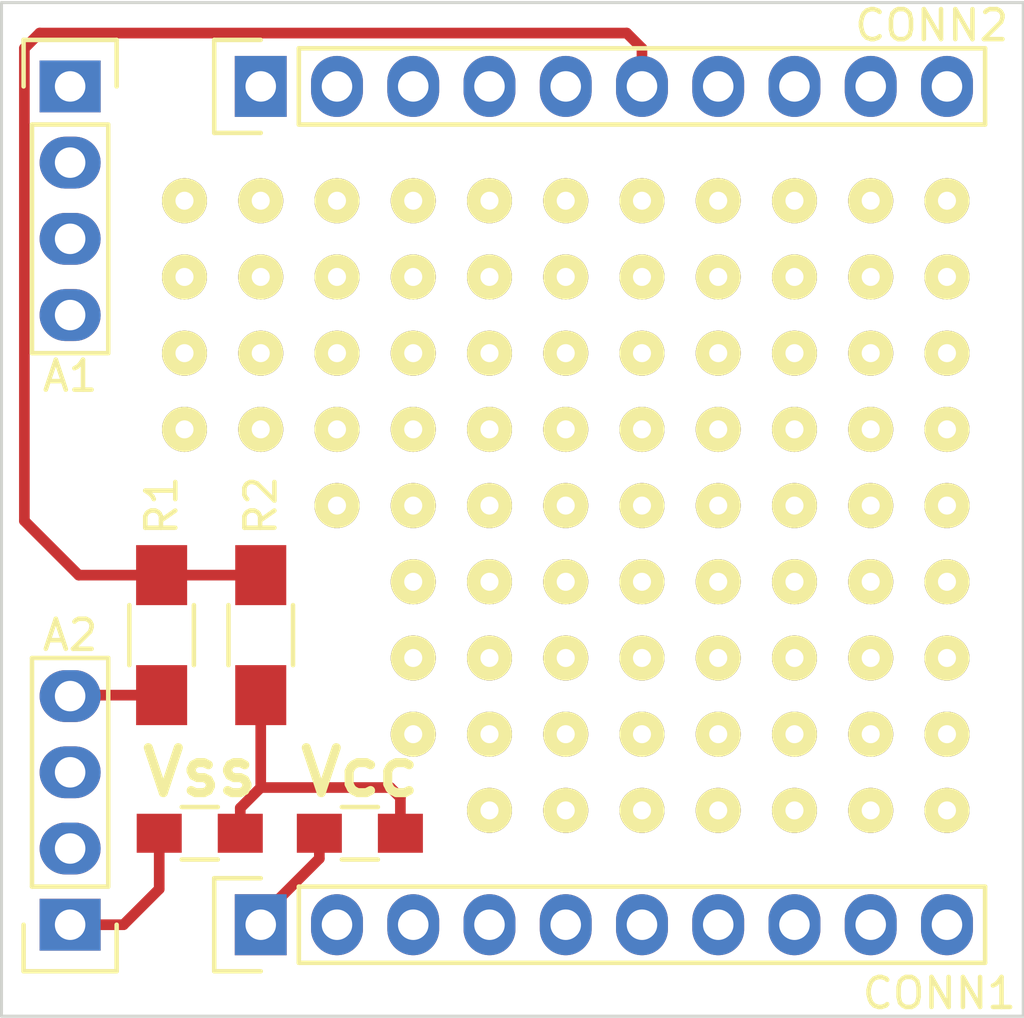
<source format=kicad_pcb>
(kicad_pcb (version 4) (host pcbnew 4.0.5+dfsg1-4)

  (general
    (links 12)
    (no_connects 5)
    (area 35.552667 22.852666 72.440001 60.967333)
    (thickness 1.6)
    (drawings 7)
    (tracks 22)
    (zones 0)
    (modules 92)
    (nets 25)
  )

  (page A4)
  (title_block
    (title "BugOne Sensor Shield V2")
  )

  (layers
    (0 F.Cu signal)
    (31 B.Cu signal)
    (32 B.Adhes user hide)
    (33 F.Adhes user hide)
    (34 B.Paste user hide)
    (35 F.Paste user hide)
    (36 B.SilkS user)
    (37 F.SilkS user)
    (38 B.Mask user hide)
    (39 F.Mask user hide)
    (40 Dwgs.User user hide)
    (41 Cmts.User user hide)
    (42 Eco1.User user hide)
    (43 Eco2.User user hide)
    (44 Edge.Cuts user)
    (45 Margin user hide)
    (46 B.CrtYd user hide)
    (47 F.CrtYd user hide)
    (48 B.Fab user hide)
    (49 F.Fab user hide)
  )

  (setup
    (last_trace_width 0.3556)
    (trace_clearance 0.254)
    (zone_clearance 0.508)
    (zone_45_only no)
    (trace_min 0.15)
    (segment_width 0.2)
    (edge_width 0.1)
    (via_size 0.8636)
    (via_drill 0.4572)
    (via_min_size 0.6)
    (via_min_drill 0.2)
    (uvia_size 0.3)
    (uvia_drill 0.1)
    (uvias_allowed no)
    (uvia_min_size 0.2)
    (uvia_min_drill 0.1)
    (pcb_text_width 0.3)
    (pcb_text_size 1.5 1.5)
    (mod_edge_width 0.15)
    (mod_text_size 1 1)
    (mod_text_width 0.15)
    (pad_size 1.5 1.5)
    (pad_drill 0.6)
    (pad_to_mask_clearance 0)
    (aux_axis_origin 0 0)
    (visible_elements FFFFFF7F)
    (pcbplotparams
      (layerselection 0x00020_80000001)
      (usegerberextensions false)
      (excludeedgelayer true)
      (linewidth 0.100000)
      (plotframeref false)
      (viasonmask false)
      (mode 1)
      (useauxorigin false)
      (hpglpennumber 1)
      (hpglpenspeed 20)
      (hpglpendiameter 15)
      (hpglpenoverlay 2)
      (psnegative false)
      (psa4output false)
      (plotreference true)
      (plotvalue true)
      (plotinvisibletext false)
      (padsonsilk false)
      (subtractmaskfromsilk false)
      (outputformat 1)
      (mirror false)
      (drillshape 0)
      (scaleselection 1)
      (outputdirectory gerbers))
  )

  (net 0 "")
  (net 1 VCC)
  (net 2 TX)
  (net 3 RX)
  (net 4 GND)
  (net 5 VSS)
  (net 6 RST)
  (net 7 VEE)
  (net 8 PD5)
  (net 9 PD6)
  (net 10 PB0)
  (net 11 PB1)
  (net 12 SS)
  (net 13 MOSI)
  (net 14 MISO)
  (net 15 SCK)
  (net 16 PD4)
  (net 17 PD3)
  (net 18 SCL)
  (net 19 SDA)
  (net 20 PC3)
  (net 21 PC2)
  (net 22 PC1)
  (net 23 PC0)
  (net 24 "Net-(R2-Pad1)")

  (net_class Default "This is the default net class."
    (clearance 0.254)
    (trace_width 0.3556)
    (via_dia 0.8636)
    (via_drill 0.4572)
    (uvia_dia 0.3)
    (uvia_drill 0.1)
    (add_net GND)
    (add_net MISO)
    (add_net MOSI)
    (add_net "Net-(R2-Pad1)")
    (add_net PB0)
    (add_net PB1)
    (add_net PC0)
    (add_net PC1)
    (add_net PC2)
    (add_net PC3)
    (add_net PD3)
    (add_net PD4)
    (add_net PD5)
    (add_net PD6)
    (add_net RST)
    (add_net RX)
    (add_net SCK)
    (add_net SCL)
    (add_net SDA)
    (add_net SS)
    (add_net TX)
    (add_net VCC)
    (add_net VEE)
    (add_net VSS)
  )

  (net_class Power ""
    (clearance 0.254)
    (trace_width 0.7112)
    (via_dia 1.524)
    (via_drill 0.9144)
    (uvia_dia 0.3)
    (uvia_drill 0.1)
  )

  (net_class Signal ""
    (clearance 0.254)
    (trace_width 0.3556)
    (via_dia 0.8636)
    (via_drill 0.4572)
    (uvia_dia 0.3)
    (uvia_drill 0.1)
  )

  (module Pin_Headers:Pin_Header_Straight_1x04 (layer F.Cu) (tedit 58BDE1C0) (tstamp 58BDD967)
    (at 40.64 27.94)
    (descr "Through hole pin header")
    (tags "pin header")
    (path /58BDD2E1)
    (fp_text reference A1 (at 0 9.652) (layer F.SilkS)
      (effects (font (size 1 1) (thickness 0.15)))
    )
    (fp_text value CONN_01X04 (at 0 -3.1) (layer F.Fab) hide
      (effects (font (size 1 1) (thickness 0.15)))
    )
    (fp_line (start -1.75 -1.75) (end -1.75 9.4) (layer F.CrtYd) (width 0.05))
    (fp_line (start 1.75 -1.75) (end 1.75 9.4) (layer F.CrtYd) (width 0.05))
    (fp_line (start -1.75 -1.75) (end 1.75 -1.75) (layer F.CrtYd) (width 0.05))
    (fp_line (start -1.75 9.4) (end 1.75 9.4) (layer F.CrtYd) (width 0.05))
    (fp_line (start -1.27 1.27) (end -1.27 8.89) (layer F.SilkS) (width 0.15))
    (fp_line (start 1.27 1.27) (end 1.27 8.89) (layer F.SilkS) (width 0.15))
    (fp_line (start 1.55 -1.55) (end 1.55 0) (layer F.SilkS) (width 0.15))
    (fp_line (start -1.27 8.89) (end 1.27 8.89) (layer F.SilkS) (width 0.15))
    (fp_line (start 1.27 1.27) (end -1.27 1.27) (layer F.SilkS) (width 0.15))
    (fp_line (start -1.55 0) (end -1.55 -1.55) (layer F.SilkS) (width 0.15))
    (fp_line (start -1.55 -1.55) (end 1.55 -1.55) (layer F.SilkS) (width 0.15))
    (pad 1 thru_hole rect (at 0 0) (size 2.032 1.7272) (drill 1.016) (layers *.Cu *.Mask)
      (net 1 VCC))
    (pad 2 thru_hole oval (at 0 2.54) (size 2.032 1.7272) (drill 1.016) (layers *.Cu *.Mask)
      (net 2 TX))
    (pad 3 thru_hole oval (at 0 5.08) (size 2.032 1.7272) (drill 1.016) (layers *.Cu *.Mask)
      (net 3 RX))
    (pad 4 thru_hole oval (at 0 7.62) (size 2.032 1.7272) (drill 1.016) (layers *.Cu *.Mask)
      (net 4 GND))
    (model Pin_Headers.3dshapes/Pin_Header_Straight_1x04.wrl
      (at (xyz 0 -0.15 0))
      (scale (xyz 1 1 1))
      (rotate (xyz 0 0 90))
    )
  )

  (module Pin_Headers:Pin_Header_Straight_1x04 (layer F.Cu) (tedit 58BDE1EF) (tstamp 58BDD96F)
    (at 40.64 55.88 180)
    (descr "Through hole pin header")
    (tags "pin header")
    (path /58BDD367)
    (fp_text reference A2 (at 0 9.652 180) (layer F.SilkS)
      (effects (font (size 1 1) (thickness 0.15)))
    )
    (fp_text value CONN_01X04 (at 0 -3.1 180) (layer F.Fab) hide
      (effects (font (size 1 1) (thickness 0.15)))
    )
    (fp_line (start -1.75 -1.75) (end -1.75 9.4) (layer F.CrtYd) (width 0.05))
    (fp_line (start 1.75 -1.75) (end 1.75 9.4) (layer F.CrtYd) (width 0.05))
    (fp_line (start -1.75 -1.75) (end 1.75 -1.75) (layer F.CrtYd) (width 0.05))
    (fp_line (start -1.75 9.4) (end 1.75 9.4) (layer F.CrtYd) (width 0.05))
    (fp_line (start -1.27 1.27) (end -1.27 8.89) (layer F.SilkS) (width 0.15))
    (fp_line (start 1.27 1.27) (end 1.27 8.89) (layer F.SilkS) (width 0.15))
    (fp_line (start 1.55 -1.55) (end 1.55 0) (layer F.SilkS) (width 0.15))
    (fp_line (start -1.27 8.89) (end 1.27 8.89) (layer F.SilkS) (width 0.15))
    (fp_line (start 1.27 1.27) (end -1.27 1.27) (layer F.SilkS) (width 0.15))
    (fp_line (start -1.55 0) (end -1.55 -1.55) (layer F.SilkS) (width 0.15))
    (fp_line (start -1.55 -1.55) (end 1.55 -1.55) (layer F.SilkS) (width 0.15))
    (pad 1 thru_hole rect (at 0 0 180) (size 2.032 1.7272) (drill 1.016) (layers *.Cu *.Mask)
      (net 5 VSS))
    (pad 2 thru_hole oval (at 0 2.54 180) (size 2.032 1.7272) (drill 1.016) (layers *.Cu *.Mask)
      (net 1 VCC))
    (pad 3 thru_hole oval (at 0 5.08 180) (size 2.032 1.7272) (drill 1.016) (layers *.Cu *.Mask)
      (net 6 RST))
    (pad 4 thru_hole oval (at 0 7.62 180) (size 2.032 1.7272) (drill 1.016) (layers *.Cu *.Mask)
      (net 4 GND))
    (model Pin_Headers.3dshapes/Pin_Header_Straight_1x04.wrl
      (at (xyz 0 -0.15 0))
      (scale (xyz 1 1 1))
      (rotate (xyz 0 0 90))
    )
  )

  (module Pin_Headers:Pin_Header_Straight_1x10 (layer F.Cu) (tedit 58BDE1CD) (tstamp 58BDD97D)
    (at 46.99 55.88 90)
    (descr "Through hole pin header")
    (tags "pin header")
    (path /58BDCFF1)
    (fp_text reference CONN1 (at -2.286 22.606 180) (layer F.SilkS)
      (effects (font (size 1 1) (thickness 0.15)))
    )
    (fp_text value CONN_01X10 (at 0 -3.1 90) (layer F.Fab) hide
      (effects (font (size 1 1) (thickness 0.15)))
    )
    (fp_line (start -1.75 -1.75) (end -1.75 24.65) (layer F.CrtYd) (width 0.05))
    (fp_line (start 1.75 -1.75) (end 1.75 24.65) (layer F.CrtYd) (width 0.05))
    (fp_line (start -1.75 -1.75) (end 1.75 -1.75) (layer F.CrtYd) (width 0.05))
    (fp_line (start -1.75 24.65) (end 1.75 24.65) (layer F.CrtYd) (width 0.05))
    (fp_line (start 1.27 1.27) (end 1.27 24.13) (layer F.SilkS) (width 0.15))
    (fp_line (start 1.27 24.13) (end -1.27 24.13) (layer F.SilkS) (width 0.15))
    (fp_line (start -1.27 24.13) (end -1.27 1.27) (layer F.SilkS) (width 0.15))
    (fp_line (start 1.55 -1.55) (end 1.55 0) (layer F.SilkS) (width 0.15))
    (fp_line (start 1.27 1.27) (end -1.27 1.27) (layer F.SilkS) (width 0.15))
    (fp_line (start -1.55 0) (end -1.55 -1.55) (layer F.SilkS) (width 0.15))
    (fp_line (start -1.55 -1.55) (end 1.55 -1.55) (layer F.SilkS) (width 0.15))
    (pad 1 thru_hole rect (at 0 0 90) (size 2.032 1.7272) (drill 1.016) (layers *.Cu *.Mask)
      (net 1 VCC))
    (pad 2 thru_hole oval (at 0 2.54 90) (size 2.032 1.7272) (drill 1.016) (layers *.Cu *.Mask)
      (net 8 PD5))
    (pad 3 thru_hole oval (at 0 5.08 90) (size 2.032 1.7272) (drill 1.016) (layers *.Cu *.Mask)
      (net 9 PD6))
    (pad 4 thru_hole oval (at 0 7.62 90) (size 2.032 1.7272) (drill 1.016) (layers *.Cu *.Mask)
      (net 10 PB0))
    (pad 5 thru_hole oval (at 0 10.16 90) (size 2.032 1.7272) (drill 1.016) (layers *.Cu *.Mask)
      (net 11 PB1))
    (pad 6 thru_hole oval (at 0 12.7 90) (size 2.032 1.7272) (drill 1.016) (layers *.Cu *.Mask)
      (net 12 SS))
    (pad 7 thru_hole oval (at 0 15.24 90) (size 2.032 1.7272) (drill 1.016) (layers *.Cu *.Mask)
      (net 13 MOSI))
    (pad 8 thru_hole oval (at 0 17.78 90) (size 2.032 1.7272) (drill 1.016) (layers *.Cu *.Mask)
      (net 14 MISO))
    (pad 9 thru_hole oval (at 0 20.32 90) (size 2.032 1.7272) (drill 1.016) (layers *.Cu *.Mask)
      (net 15 SCK))
    (pad 10 thru_hole oval (at 0 22.86 90) (size 2.032 1.7272) (drill 1.016) (layers *.Cu *.Mask)
      (net 4 GND))
    (model Pin_Headers.3dshapes/Pin_Header_Straight_1x10.wrl
      (at (xyz 0 -0.45 0))
      (scale (xyz 1 1 1))
      (rotate (xyz 0 0 90))
    )
  )

  (module Pin_Headers:Pin_Header_Straight_1x10 (layer F.Cu) (tedit 58BDE1C7) (tstamp 58BDD98B)
    (at 46.99 27.94 90)
    (descr "Through hole pin header")
    (tags "pin header")
    (path /58BDD193)
    (fp_text reference CONN2 (at 2.032 22.352 180) (layer F.SilkS)
      (effects (font (size 1 1) (thickness 0.15)))
    )
    (fp_text value CONN_01X10 (at 0 -3.1 90) (layer F.Fab) hide
      (effects (font (size 1 1) (thickness 0.15)))
    )
    (fp_line (start -1.75 -1.75) (end -1.75 24.65) (layer F.CrtYd) (width 0.05))
    (fp_line (start 1.75 -1.75) (end 1.75 24.65) (layer F.CrtYd) (width 0.05))
    (fp_line (start -1.75 -1.75) (end 1.75 -1.75) (layer F.CrtYd) (width 0.05))
    (fp_line (start -1.75 24.65) (end 1.75 24.65) (layer F.CrtYd) (width 0.05))
    (fp_line (start 1.27 1.27) (end 1.27 24.13) (layer F.SilkS) (width 0.15))
    (fp_line (start 1.27 24.13) (end -1.27 24.13) (layer F.SilkS) (width 0.15))
    (fp_line (start -1.27 24.13) (end -1.27 1.27) (layer F.SilkS) (width 0.15))
    (fp_line (start 1.55 -1.55) (end 1.55 0) (layer F.SilkS) (width 0.15))
    (fp_line (start 1.27 1.27) (end -1.27 1.27) (layer F.SilkS) (width 0.15))
    (fp_line (start -1.55 0) (end -1.55 -1.55) (layer F.SilkS) (width 0.15))
    (fp_line (start -1.55 -1.55) (end 1.55 -1.55) (layer F.SilkS) (width 0.15))
    (pad 1 thru_hole rect (at 0 0 90) (size 2.032 1.7272) (drill 1.016) (layers *.Cu *.Mask)
      (net 7 VEE))
    (pad 2 thru_hole oval (at 0 2.54 90) (size 2.032 1.7272) (drill 1.016) (layers *.Cu *.Mask)
      (net 16 PD4))
    (pad 3 thru_hole oval (at 0 5.08 90) (size 2.032 1.7272) (drill 1.016) (layers *.Cu *.Mask)
      (net 17 PD3))
    (pad 4 thru_hole oval (at 0 7.62 90) (size 2.032 1.7272) (drill 1.016) (layers *.Cu *.Mask)
      (net 18 SCL))
    (pad 5 thru_hole oval (at 0 10.16 90) (size 2.032 1.7272) (drill 1.016) (layers *.Cu *.Mask)
      (net 19 SDA))
    (pad 6 thru_hole oval (at 0 12.7 90) (size 2.032 1.7272) (drill 1.016) (layers *.Cu *.Mask)
      (net 20 PC3))
    (pad 7 thru_hole oval (at 0 15.24 90) (size 2.032 1.7272) (drill 1.016) (layers *.Cu *.Mask)
      (net 21 PC2))
    (pad 8 thru_hole oval (at 0 17.78 90) (size 2.032 1.7272) (drill 1.016) (layers *.Cu *.Mask)
      (net 22 PC1))
    (pad 9 thru_hole oval (at 0 20.32 90) (size 2.032 1.7272) (drill 1.016) (layers *.Cu *.Mask)
      (net 23 PC0))
    (pad 10 thru_hole oval (at 0 22.86 90) (size 2.032 1.7272) (drill 1.016) (layers *.Cu *.Mask)
      (net 4 GND))
    (model Pin_Headers.3dshapes/Pin_Header_Straight_1x10.wrl
      (at (xyz 0 -0.45 0))
      (scale (xyz 1 1 1))
      (rotate (xyz 0 0 90))
    )
  )

  (module Resistors_SMD:R_1206_HandSoldering (layer F.Cu) (tedit 58C0804F) (tstamp 58C08008)
    (at 43.688 46.228 270)
    (descr "Resistor SMD 1206, hand soldering")
    (tags "resistor 1206")
    (path /58C08201)
    (attr smd)
    (fp_text reference R1 (at -4.318 0 270) (layer F.SilkS)
      (effects (font (size 1 1) (thickness 0.15)))
    )
    (fp_text value 470k (at 0 2.3 270) (layer F.Fab)
      (effects (font (size 1 1) (thickness 0.15)))
    )
    (fp_line (start -1.6 0.8) (end -1.6 -0.8) (layer F.Fab) (width 0.1))
    (fp_line (start 1.6 0.8) (end -1.6 0.8) (layer F.Fab) (width 0.1))
    (fp_line (start 1.6 -0.8) (end 1.6 0.8) (layer F.Fab) (width 0.1))
    (fp_line (start -1.6 -0.8) (end 1.6 -0.8) (layer F.Fab) (width 0.1))
    (fp_line (start -3.3 -1.2) (end 3.3 -1.2) (layer F.CrtYd) (width 0.05))
    (fp_line (start -3.3 1.2) (end 3.3 1.2) (layer F.CrtYd) (width 0.05))
    (fp_line (start -3.3 -1.2) (end -3.3 1.2) (layer F.CrtYd) (width 0.05))
    (fp_line (start 3.3 -1.2) (end 3.3 1.2) (layer F.CrtYd) (width 0.05))
    (fp_line (start 1 1.075) (end -1 1.075) (layer F.SilkS) (width 0.15))
    (fp_line (start -1 -1.075) (end 1 -1.075) (layer F.SilkS) (width 0.15))
    (pad 1 smd rect (at -2 0 270) (size 2 1.7) (layers F.Cu F.Paste F.Mask)
      (net 20 PC3))
    (pad 2 smd rect (at 2 0 270) (size 2 1.7) (layers F.Cu F.Paste F.Mask)
      (net 4 GND))
    (model Resistors_SMD.3dshapes/R_1206_HandSoldering.wrl
      (at (xyz 0 0 0))
      (scale (xyz 1 1 1))
      (rotate (xyz 0 0 0))
    )
  )

  (module Resistors_SMD:R_1206_HandSoldering (layer F.Cu) (tedit 58C08051) (tstamp 58C0800E)
    (at 46.99 46.228 90)
    (descr "Resistor SMD 1206, hand soldering")
    (tags "resistor 1206")
    (path /58C08198)
    (attr smd)
    (fp_text reference R2 (at 4.318 0 90) (layer F.SilkS)
      (effects (font (size 1 1) (thickness 0.15)))
    )
    (fp_text value 470k (at 0 2.3 90) (layer F.Fab)
      (effects (font (size 1 1) (thickness 0.15)))
    )
    (fp_line (start -1.6 0.8) (end -1.6 -0.8) (layer F.Fab) (width 0.1))
    (fp_line (start 1.6 0.8) (end -1.6 0.8) (layer F.Fab) (width 0.1))
    (fp_line (start 1.6 -0.8) (end 1.6 0.8) (layer F.Fab) (width 0.1))
    (fp_line (start -1.6 -0.8) (end 1.6 -0.8) (layer F.Fab) (width 0.1))
    (fp_line (start -3.3 -1.2) (end 3.3 -1.2) (layer F.CrtYd) (width 0.05))
    (fp_line (start -3.3 1.2) (end 3.3 1.2) (layer F.CrtYd) (width 0.05))
    (fp_line (start -3.3 -1.2) (end -3.3 1.2) (layer F.CrtYd) (width 0.05))
    (fp_line (start 3.3 -1.2) (end 3.3 1.2) (layer F.CrtYd) (width 0.05))
    (fp_line (start 1 1.075) (end -1 1.075) (layer F.SilkS) (width 0.15))
    (fp_line (start -1 -1.075) (end 1 -1.075) (layer F.SilkS) (width 0.15))
    (pad 1 smd rect (at -2 0 90) (size 2 1.7) (layers F.Cu F.Paste F.Mask)
      (net 24 "Net-(R2-Pad1)"))
    (pad 2 smd rect (at 2 0 90) (size 2 1.7) (layers F.Cu F.Paste F.Mask)
      (net 20 PC3))
    (model Resistors_SMD.3dshapes/R_1206_HandSoldering.wrl
      (at (xyz 0 0 0))
      (scale (xyz 1 1 1))
      (rotate (xyz 0 0 0))
    )
  )

  (module Resistors_SMD:R_0805_HandSoldering (layer F.Cu) (tedit 58C0802D) (tstamp 58C08014)
    (at 50.292 52.832)
    (descr "Resistor SMD 0805, hand soldering")
    (tags "resistor 0805")
    (path /58C08246)
    (attr smd)
    (fp_text reference R7 (at 0 -2.1) (layer F.SilkS) hide
      (effects (font (size 1 1) (thickness 0.15)))
    )
    (fp_text value 0 (at 0 2.1) (layer F.Fab)
      (effects (font (size 1 1) (thickness 0.15)))
    )
    (fp_line (start -1 0.625) (end -1 -0.625) (layer F.Fab) (width 0.1))
    (fp_line (start 1 0.625) (end -1 0.625) (layer F.Fab) (width 0.1))
    (fp_line (start 1 -0.625) (end 1 0.625) (layer F.Fab) (width 0.1))
    (fp_line (start -1 -0.625) (end 1 -0.625) (layer F.Fab) (width 0.1))
    (fp_line (start -2.4 -1) (end 2.4 -1) (layer F.CrtYd) (width 0.05))
    (fp_line (start -2.4 1) (end 2.4 1) (layer F.CrtYd) (width 0.05))
    (fp_line (start -2.4 -1) (end -2.4 1) (layer F.CrtYd) (width 0.05))
    (fp_line (start 2.4 -1) (end 2.4 1) (layer F.CrtYd) (width 0.05))
    (fp_line (start 0.6 0.875) (end -0.6 0.875) (layer F.SilkS) (width 0.15))
    (fp_line (start -0.6 -0.875) (end 0.6 -0.875) (layer F.SilkS) (width 0.15))
    (pad 1 smd rect (at -1.35 0) (size 1.5 1.3) (layers F.Cu F.Paste F.Mask)
      (net 1 VCC))
    (pad 2 smd rect (at 1.35 0) (size 1.5 1.3) (layers F.Cu F.Paste F.Mask)
      (net 24 "Net-(R2-Pad1)"))
    (model Resistors_SMD.3dshapes/R_0805_HandSoldering.wrl
      (at (xyz 0 0 0))
      (scale (xyz 1 1 1))
      (rotate (xyz 0 0 0))
    )
  )

  (module Resistors_SMD:R_0805_HandSoldering (layer F.Cu) (tedit 58C0802A) (tstamp 58C0801A)
    (at 44.958 52.832)
    (descr "Resistor SMD 0805, hand soldering")
    (tags "resistor 0805")
    (path /58C08295)
    (attr smd)
    (fp_text reference R8 (at 0 -2.1) (layer F.SilkS) hide
      (effects (font (size 1 1) (thickness 0.15)))
    )
    (fp_text value 0 (at 0 2.1) (layer F.Fab)
      (effects (font (size 1 1) (thickness 0.15)))
    )
    (fp_line (start -1 0.625) (end -1 -0.625) (layer F.Fab) (width 0.1))
    (fp_line (start 1 0.625) (end -1 0.625) (layer F.Fab) (width 0.1))
    (fp_line (start 1 -0.625) (end 1 0.625) (layer F.Fab) (width 0.1))
    (fp_line (start -1 -0.625) (end 1 -0.625) (layer F.Fab) (width 0.1))
    (fp_line (start -2.4 -1) (end 2.4 -1) (layer F.CrtYd) (width 0.05))
    (fp_line (start -2.4 1) (end 2.4 1) (layer F.CrtYd) (width 0.05))
    (fp_line (start -2.4 -1) (end -2.4 1) (layer F.CrtYd) (width 0.05))
    (fp_line (start 2.4 -1) (end 2.4 1) (layer F.CrtYd) (width 0.05))
    (fp_line (start 0.6 0.875) (end -0.6 0.875) (layer F.SilkS) (width 0.15))
    (fp_line (start -0.6 -0.875) (end 0.6 -0.875) (layer F.SilkS) (width 0.15))
    (pad 1 smd rect (at -1.35 0) (size 1.5 1.3) (layers F.Cu F.Paste F.Mask)
      (net 5 VSS))
    (pad 2 smd rect (at 1.35 0) (size 1.5 1.3) (layers F.Cu F.Paste F.Mask)
      (net 24 "Net-(R2-Pad1)"))
    (model Resistors_SMD.3dshapes/R_0805_HandSoldering.wrl
      (at (xyz 0 0 0))
      (scale (xyz 1 1 1))
      (rotate (xyz 0 0 0))
    )
  )

  (module pcb_helpers:pad (layer F.Cu) (tedit 5429E018) (tstamp 58C08102)
    (at 46.99 31.75)
    (fp_text reference "" (at 0 0) (layer F.SilkS) hide
      (effects (font (size 1 1) (thickness 0.15)))
    )
    (fp_text value "" (at 0 0) (layer F.SilkS)
      (effects (font (size 1 1) (thickness 0.15)))
    )
    (pad 1 thru_hole circle (at 0 0) (size 1.5 1.5) (drill 0.6) (layers *.Cu *.Mask F.SilkS))
  )

  (module pcb_helpers:pad (layer F.Cu) (tedit 5429E018) (tstamp 58C08110)
    (at 49.53 31.75)
    (fp_text reference "" (at 0 0) (layer F.SilkS) hide
      (effects (font (size 1 1) (thickness 0.15)))
    )
    (fp_text value "" (at 0 0) (layer F.SilkS)
      (effects (font (size 1 1) (thickness 0.15)))
    )
    (pad 1 thru_hole circle (at 0 0) (size 1.5 1.5) (drill 0.6) (layers *.Cu *.Mask F.SilkS))
  )

  (module pcb_helpers:pad (layer F.Cu) (tedit 5429E018) (tstamp 58C08119)
    (at 52.07 31.75)
    (fp_text reference "" (at 0 0) (layer F.SilkS) hide
      (effects (font (size 1 1) (thickness 0.15)))
    )
    (fp_text value "" (at 0 0) (layer F.SilkS)
      (effects (font (size 1 1) (thickness 0.15)))
    )
    (pad 1 thru_hole circle (at 0 0) (size 1.5 1.5) (drill 0.6) (layers *.Cu *.Mask F.SilkS))
  )

  (module pcb_helpers:pad (layer F.Cu) (tedit 5429E018) (tstamp 58C08122)
    (at 54.61 31.75)
    (fp_text reference "" (at 0 0) (layer F.SilkS) hide
      (effects (font (size 1 1) (thickness 0.15)))
    )
    (fp_text value "" (at 0 0) (layer F.SilkS)
      (effects (font (size 1 1) (thickness 0.15)))
    )
    (pad 1 thru_hole circle (at 0 0) (size 1.5 1.5) (drill 0.6) (layers *.Cu *.Mask F.SilkS))
  )

  (module pcb_helpers:pad (layer F.Cu) (tedit 5429E018) (tstamp 58C0812B)
    (at 57.15 31.75)
    (fp_text reference "" (at 0 0) (layer F.SilkS) hide
      (effects (font (size 1 1) (thickness 0.15)))
    )
    (fp_text value "" (at 0 0) (layer F.SilkS)
      (effects (font (size 1 1) (thickness 0.15)))
    )
    (pad 1 thru_hole circle (at 0 0) (size 1.5 1.5) (drill 0.6) (layers *.Cu *.Mask F.SilkS))
  )

  (module pcb_helpers:pad (layer F.Cu) (tedit 5429E018) (tstamp 58C08134)
    (at 59.69 31.75)
    (fp_text reference "" (at 0 0) (layer F.SilkS) hide
      (effects (font (size 1 1) (thickness 0.15)))
    )
    (fp_text value "" (at 0 0) (layer F.SilkS)
      (effects (font (size 1 1) (thickness 0.15)))
    )
    (pad 1 thru_hole circle (at 0 0) (size 1.5 1.5) (drill 0.6) (layers *.Cu *.Mask F.SilkS))
  )

  (module pcb_helpers:pad (layer F.Cu) (tedit 5429E018) (tstamp 58C0813D)
    (at 62.23 31.75)
    (fp_text reference "" (at 0 0) (layer F.SilkS) hide
      (effects (font (size 1 1) (thickness 0.15)))
    )
    (fp_text value "" (at 0 0) (layer F.SilkS)
      (effects (font (size 1 1) (thickness 0.15)))
    )
    (pad 1 thru_hole circle (at 0 0) (size 1.5 1.5) (drill 0.6) (layers *.Cu *.Mask F.SilkS))
  )

  (module pcb_helpers:pad (layer F.Cu) (tedit 5429E018) (tstamp 58C08146)
    (at 64.77 31.75)
    (fp_text reference "" (at 0 0) (layer F.SilkS) hide
      (effects (font (size 1 1) (thickness 0.15)))
    )
    (fp_text value "" (at 0 0) (layer F.SilkS)
      (effects (font (size 1 1) (thickness 0.15)))
    )
    (pad 1 thru_hole circle (at 0 0) (size 1.5 1.5) (drill 0.6) (layers *.Cu *.Mask F.SilkS))
  )

  (module pcb_helpers:pad (layer F.Cu) (tedit 5429E018) (tstamp 58C0814F)
    (at 67.31 31.75)
    (fp_text reference "" (at 0 0) (layer F.SilkS) hide
      (effects (font (size 1 1) (thickness 0.15)))
    )
    (fp_text value "" (at 0 0) (layer F.SilkS)
      (effects (font (size 1 1) (thickness 0.15)))
    )
    (pad 1 thru_hole circle (at 0 0) (size 1.5 1.5) (drill 0.6) (layers *.Cu *.Mask F.SilkS))
  )

  (module pcb_helpers:pad (layer F.Cu) (tedit 5429E018) (tstamp 58C08158)
    (at 69.85 34.29)
    (fp_text reference "" (at 0 0) (layer F.SilkS) hide
      (effects (font (size 1 1) (thickness 0.15)))
    )
    (fp_text value "" (at 0 0) (layer F.SilkS)
      (effects (font (size 1 1) (thickness 0.15)))
    )
    (pad 1 thru_hole circle (at 0 0) (size 1.5 1.5) (drill 0.6) (layers *.Cu *.Mask F.SilkS))
  )

  (module pcb_helpers:pad (layer F.Cu) (tedit 5429E018) (tstamp 58C08161)
    (at 67.31 34.29)
    (fp_text reference "" (at 0 0) (layer F.SilkS) hide
      (effects (font (size 1 1) (thickness 0.15)))
    )
    (fp_text value "" (at 0 0) (layer F.SilkS)
      (effects (font (size 1 1) (thickness 0.15)))
    )
    (pad 1 thru_hole circle (at 0 0) (size 1.5 1.5) (drill 0.6) (layers *.Cu *.Mask F.SilkS))
  )

  (module pcb_helpers:pad (layer F.Cu) (tedit 5429E018) (tstamp 58C0816A)
    (at 69.85 31.75)
    (fp_text reference "" (at 0 0) (layer F.SilkS) hide
      (effects (font (size 1 1) (thickness 0.15)))
    )
    (fp_text value "" (at 0 0) (layer F.SilkS)
      (effects (font (size 1 1) (thickness 0.15)))
    )
    (pad 1 thru_hole circle (at 0 0) (size 1.5 1.5) (drill 0.6) (layers *.Cu *.Mask F.SilkS))
  )

  (module pcb_helpers:pad (layer F.Cu) (tedit 5429E018) (tstamp 58C08173)
    (at 64.77 34.29)
    (fp_text reference "" (at 0 0) (layer F.SilkS) hide
      (effects (font (size 1 1) (thickness 0.15)))
    )
    (fp_text value "" (at 0 0) (layer F.SilkS)
      (effects (font (size 1 1) (thickness 0.15)))
    )
    (pad 1 thru_hole circle (at 0 0) (size 1.5 1.5) (drill 0.6) (layers *.Cu *.Mask F.SilkS))
  )

  (module pcb_helpers:pad (layer F.Cu) (tedit 5429E018) (tstamp 58C0817C)
    (at 62.23 34.29)
    (fp_text reference "" (at 0 0) (layer F.SilkS) hide
      (effects (font (size 1 1) (thickness 0.15)))
    )
    (fp_text value "" (at 0 0) (layer F.SilkS)
      (effects (font (size 1 1) (thickness 0.15)))
    )
    (pad 1 thru_hole circle (at 0 0) (size 1.5 1.5) (drill 0.6) (layers *.Cu *.Mask F.SilkS))
  )

  (module pcb_helpers:pad (layer F.Cu) (tedit 5429E018) (tstamp 58C08185)
    (at 59.69 34.29)
    (fp_text reference "" (at 0 0) (layer F.SilkS) hide
      (effects (font (size 1 1) (thickness 0.15)))
    )
    (fp_text value "" (at 0 0) (layer F.SilkS)
      (effects (font (size 1 1) (thickness 0.15)))
    )
    (pad 1 thru_hole circle (at 0 0) (size 1.5 1.5) (drill 0.6) (layers *.Cu *.Mask F.SilkS))
  )

  (module pcb_helpers:pad (layer F.Cu) (tedit 5429E018) (tstamp 58C0818E)
    (at 57.15 34.29)
    (fp_text reference "" (at 0 0) (layer F.SilkS) hide
      (effects (font (size 1 1) (thickness 0.15)))
    )
    (fp_text value "" (at 0 0) (layer F.SilkS)
      (effects (font (size 1 1) (thickness 0.15)))
    )
    (pad 1 thru_hole circle (at 0 0) (size 1.5 1.5) (drill 0.6) (layers *.Cu *.Mask F.SilkS))
  )

  (module pcb_helpers:pad (layer F.Cu) (tedit 5429E018) (tstamp 58C08197)
    (at 54.61 34.29)
    (fp_text reference "" (at 0 0) (layer F.SilkS) hide
      (effects (font (size 1 1) (thickness 0.15)))
    )
    (fp_text value "" (at 0 0) (layer F.SilkS)
      (effects (font (size 1 1) (thickness 0.15)))
    )
    (pad 1 thru_hole circle (at 0 0) (size 1.5 1.5) (drill 0.6) (layers *.Cu *.Mask F.SilkS))
  )

  (module pcb_helpers:pad (layer F.Cu) (tedit 5429E018) (tstamp 58C081A0)
    (at 52.07 34.29)
    (fp_text reference "" (at 0 0) (layer F.SilkS) hide
      (effects (font (size 1 1) (thickness 0.15)))
    )
    (fp_text value "" (at 0 0) (layer F.SilkS)
      (effects (font (size 1 1) (thickness 0.15)))
    )
    (pad 1 thru_hole circle (at 0 0) (size 1.5 1.5) (drill 0.6) (layers *.Cu *.Mask F.SilkS))
  )

  (module pcb_helpers:pad (layer F.Cu) (tedit 5429E018) (tstamp 58C081A9)
    (at 49.53 34.29)
    (fp_text reference "" (at 0 0) (layer F.SilkS) hide
      (effects (font (size 1 1) (thickness 0.15)))
    )
    (fp_text value "" (at 0 0) (layer F.SilkS)
      (effects (font (size 1 1) (thickness 0.15)))
    )
    (pad 1 thru_hole circle (at 0 0) (size 1.5 1.5) (drill 0.6) (layers *.Cu *.Mask F.SilkS))
  )

  (module pcb_helpers:pad (layer F.Cu) (tedit 5429E018) (tstamp 58C081B2)
    (at 46.99 34.29)
    (fp_text reference "" (at 0 0) (layer F.SilkS) hide
      (effects (font (size 1 1) (thickness 0.15)))
    )
    (fp_text value "" (at 0 0) (layer F.SilkS)
      (effects (font (size 1 1) (thickness 0.15)))
    )
    (pad 1 thru_hole circle (at 0 0) (size 1.5 1.5) (drill 0.6) (layers *.Cu *.Mask F.SilkS))
  )

  (module pcb_helpers:pad (layer F.Cu) (tedit 5429E018) (tstamp 58C081BB)
    (at 46.99 36.83)
    (fp_text reference "" (at 0 0) (layer F.SilkS) hide
      (effects (font (size 1 1) (thickness 0.15)))
    )
    (fp_text value "" (at 0 0) (layer F.SilkS)
      (effects (font (size 1 1) (thickness 0.15)))
    )
    (pad 1 thru_hole circle (at 0 0) (size 1.5 1.5) (drill 0.6) (layers *.Cu *.Mask F.SilkS))
  )

  (module pcb_helpers:pad (layer F.Cu) (tedit 5429E018) (tstamp 58C081C4)
    (at 44.45 31.75)
    (fp_text reference "" (at 0 0) (layer F.SilkS) hide
      (effects (font (size 1 1) (thickness 0.15)))
    )
    (fp_text value "" (at 0 0) (layer F.SilkS)
      (effects (font (size 1 1) (thickness 0.15)))
    )
    (pad 1 thru_hole circle (at 0 0) (size 1.5 1.5) (drill 0.6) (layers *.Cu *.Mask F.SilkS))
  )

  (module pcb_helpers:pad (layer F.Cu) (tedit 5429E018) (tstamp 58C081CD)
    (at 44.45 34.29)
    (fp_text reference "" (at 0 0) (layer F.SilkS) hide
      (effects (font (size 1 1) (thickness 0.15)))
    )
    (fp_text value "" (at 0 0) (layer F.SilkS)
      (effects (font (size 1 1) (thickness 0.15)))
    )
    (pad 1 thru_hole circle (at 0 0) (size 1.5 1.5) (drill 0.6) (layers *.Cu *.Mask F.SilkS))
  )

  (module pcb_helpers:pad (layer F.Cu) (tedit 5429E018) (tstamp 58C081D6)
    (at 44.45 36.83)
    (fp_text reference "" (at 0 0) (layer F.SilkS) hide
      (effects (font (size 1 1) (thickness 0.15)))
    )
    (fp_text value "" (at 0 0) (layer F.SilkS)
      (effects (font (size 1 1) (thickness 0.15)))
    )
    (pad 1 thru_hole circle (at 0 0) (size 1.5 1.5) (drill 0.6) (layers *.Cu *.Mask F.SilkS))
  )

  (module pcb_helpers:pad (layer F.Cu) (tedit 5429E018) (tstamp 58C081DF)
    (at 49.53 36.83)
    (fp_text reference "" (at 0 0) (layer F.SilkS) hide
      (effects (font (size 1 1) (thickness 0.15)))
    )
    (fp_text value "" (at 0 0) (layer F.SilkS)
      (effects (font (size 1 1) (thickness 0.15)))
    )
    (pad 1 thru_hole circle (at 0 0) (size 1.5 1.5) (drill 0.6) (layers *.Cu *.Mask F.SilkS))
  )

  (module pcb_helpers:pad (layer F.Cu) (tedit 5429E018) (tstamp 58C081E8)
    (at 52.07 36.83)
    (fp_text reference "" (at 0 0) (layer F.SilkS) hide
      (effects (font (size 1 1) (thickness 0.15)))
    )
    (fp_text value "" (at 0 0) (layer F.SilkS)
      (effects (font (size 1 1) (thickness 0.15)))
    )
    (pad 1 thru_hole circle (at 0 0) (size 1.5 1.5) (drill 0.6) (layers *.Cu *.Mask F.SilkS))
  )

  (module pcb_helpers:pad (layer F.Cu) (tedit 5429E018) (tstamp 58C081F1)
    (at 54.61 36.83)
    (fp_text reference "" (at 0 0) (layer F.SilkS) hide
      (effects (font (size 1 1) (thickness 0.15)))
    )
    (fp_text value "" (at 0 0) (layer F.SilkS)
      (effects (font (size 1 1) (thickness 0.15)))
    )
    (pad 1 thru_hole circle (at 0 0) (size 1.5 1.5) (drill 0.6) (layers *.Cu *.Mask F.SilkS))
  )

  (module pcb_helpers:pad (layer F.Cu) (tedit 5429E018) (tstamp 58C081FA)
    (at 57.15 36.83)
    (fp_text reference "" (at 0 0) (layer F.SilkS) hide
      (effects (font (size 1 1) (thickness 0.15)))
    )
    (fp_text value "" (at 0 0) (layer F.SilkS)
      (effects (font (size 1 1) (thickness 0.15)))
    )
    (pad 1 thru_hole circle (at 0 0) (size 1.5 1.5) (drill 0.6) (layers *.Cu *.Mask F.SilkS))
  )

  (module pcb_helpers:pad (layer F.Cu) (tedit 5429E018) (tstamp 58C08203)
    (at 59.69 36.83)
    (fp_text reference "" (at 0 0) (layer F.SilkS) hide
      (effects (font (size 1 1) (thickness 0.15)))
    )
    (fp_text value "" (at 0 0) (layer F.SilkS)
      (effects (font (size 1 1) (thickness 0.15)))
    )
    (pad 1 thru_hole circle (at 0 0) (size 1.5 1.5) (drill 0.6) (layers *.Cu *.Mask F.SilkS))
  )

  (module pcb_helpers:pad (layer F.Cu) (tedit 5429E018) (tstamp 58C0820C)
    (at 62.23 36.83)
    (fp_text reference "" (at 0 0) (layer F.SilkS) hide
      (effects (font (size 1 1) (thickness 0.15)))
    )
    (fp_text value "" (at 0 0) (layer F.SilkS)
      (effects (font (size 1 1) (thickness 0.15)))
    )
    (pad 1 thru_hole circle (at 0 0) (size 1.5 1.5) (drill 0.6) (layers *.Cu *.Mask F.SilkS))
  )

  (module pcb_helpers:pad (layer F.Cu) (tedit 5429E018) (tstamp 58C08215)
    (at 64.77 36.83)
    (fp_text reference "" (at 0 0) (layer F.SilkS) hide
      (effects (font (size 1 1) (thickness 0.15)))
    )
    (fp_text value "" (at 0 0) (layer F.SilkS)
      (effects (font (size 1 1) (thickness 0.15)))
    )
    (pad 1 thru_hole circle (at 0 0) (size 1.5 1.5) (drill 0.6) (layers *.Cu *.Mask F.SilkS))
  )

  (module pcb_helpers:pad (layer F.Cu) (tedit 5429E018) (tstamp 58C0821E)
    (at 67.31 36.83)
    (fp_text reference "" (at 0 0) (layer F.SilkS) hide
      (effects (font (size 1 1) (thickness 0.15)))
    )
    (fp_text value "" (at 0 0) (layer F.SilkS)
      (effects (font (size 1 1) (thickness 0.15)))
    )
    (pad 1 thru_hole circle (at 0 0) (size 1.5 1.5) (drill 0.6) (layers *.Cu *.Mask F.SilkS))
  )

  (module pcb_helpers:pad (layer F.Cu) (tedit 5429E018) (tstamp 58C08227)
    (at 69.85 36.83)
    (fp_text reference "" (at 0 0) (layer F.SilkS) hide
      (effects (font (size 1 1) (thickness 0.15)))
    )
    (fp_text value "" (at 0 0) (layer F.SilkS)
      (effects (font (size 1 1) (thickness 0.15)))
    )
    (pad 1 thru_hole circle (at 0 0) (size 1.5 1.5) (drill 0.6) (layers *.Cu *.Mask F.SilkS))
  )

  (module pcb_helpers:pad (layer F.Cu) (tedit 5429E018) (tstamp 58C08230)
    (at 69.85 39.37)
    (fp_text reference "" (at 0 0) (layer F.SilkS) hide
      (effects (font (size 1 1) (thickness 0.15)))
    )
    (fp_text value "" (at 0 0) (layer F.SilkS)
      (effects (font (size 1 1) (thickness 0.15)))
    )
    (pad 1 thru_hole circle (at 0 0) (size 1.5 1.5) (drill 0.6) (layers *.Cu *.Mask F.SilkS))
  )

  (module pcb_helpers:pad (layer F.Cu) (tedit 5429E018) (tstamp 58C08239)
    (at 67.31 39.37)
    (fp_text reference "" (at 0 0) (layer F.SilkS) hide
      (effects (font (size 1 1) (thickness 0.15)))
    )
    (fp_text value "" (at 0 0) (layer F.SilkS)
      (effects (font (size 1 1) (thickness 0.15)))
    )
    (pad 1 thru_hole circle (at 0 0) (size 1.5 1.5) (drill 0.6) (layers *.Cu *.Mask F.SilkS))
  )

  (module pcb_helpers:pad (layer F.Cu) (tedit 5429E018) (tstamp 58C08242)
    (at 64.77 39.37)
    (fp_text reference "" (at 0 0) (layer F.SilkS) hide
      (effects (font (size 1 1) (thickness 0.15)))
    )
    (fp_text value "" (at 0 0) (layer F.SilkS)
      (effects (font (size 1 1) (thickness 0.15)))
    )
    (pad 1 thru_hole circle (at 0 0) (size 1.5 1.5) (drill 0.6) (layers *.Cu *.Mask F.SilkS))
  )

  (module pcb_helpers:pad (layer F.Cu) (tedit 5429E018) (tstamp 58C0824B)
    (at 62.23 39.37)
    (fp_text reference "" (at 0 0) (layer F.SilkS) hide
      (effects (font (size 1 1) (thickness 0.15)))
    )
    (fp_text value "" (at 0 0) (layer F.SilkS)
      (effects (font (size 1 1) (thickness 0.15)))
    )
    (pad 1 thru_hole circle (at 0 0) (size 1.5 1.5) (drill 0.6) (layers *.Cu *.Mask F.SilkS))
  )

  (module pcb_helpers:pad (layer F.Cu) (tedit 5429E018) (tstamp 58C08254)
    (at 59.69 39.37)
    (fp_text reference "" (at 0 0) (layer F.SilkS) hide
      (effects (font (size 1 1) (thickness 0.15)))
    )
    (fp_text value "" (at 0 0) (layer F.SilkS)
      (effects (font (size 1 1) (thickness 0.15)))
    )
    (pad 1 thru_hole circle (at 0 0) (size 1.5 1.5) (drill 0.6) (layers *.Cu *.Mask F.SilkS))
  )

  (module pcb_helpers:pad (layer F.Cu) (tedit 5429E018) (tstamp 58C0825D)
    (at 57.15 39.37)
    (fp_text reference "" (at 0 0) (layer F.SilkS) hide
      (effects (font (size 1 1) (thickness 0.15)))
    )
    (fp_text value "" (at 0 0) (layer F.SilkS)
      (effects (font (size 1 1) (thickness 0.15)))
    )
    (pad 1 thru_hole circle (at 0 0) (size 1.5 1.5) (drill 0.6) (layers *.Cu *.Mask F.SilkS))
  )

  (module pcb_helpers:pad (layer F.Cu) (tedit 5429E018) (tstamp 58C08266)
    (at 54.61 39.37)
    (fp_text reference "" (at 0 0) (layer F.SilkS) hide
      (effects (font (size 1 1) (thickness 0.15)))
    )
    (fp_text value "" (at 0 0) (layer F.SilkS)
      (effects (font (size 1 1) (thickness 0.15)))
    )
    (pad 1 thru_hole circle (at 0 0) (size 1.5 1.5) (drill 0.6) (layers *.Cu *.Mask F.SilkS))
  )

  (module pcb_helpers:pad (layer F.Cu) (tedit 5429E018) (tstamp 58C0826F)
    (at 52.07 39.37)
    (fp_text reference "" (at 0 0) (layer F.SilkS) hide
      (effects (font (size 1 1) (thickness 0.15)))
    )
    (fp_text value "" (at 0 0) (layer F.SilkS)
      (effects (font (size 1 1) (thickness 0.15)))
    )
    (pad 1 thru_hole circle (at 0 0) (size 1.5 1.5) (drill 0.6) (layers *.Cu *.Mask F.SilkS))
  )

  (module pcb_helpers:pad (layer F.Cu) (tedit 5429E018) (tstamp 58C08278)
    (at 49.53 39.37)
    (fp_text reference "" (at 0 0) (layer F.SilkS) hide
      (effects (font (size 1 1) (thickness 0.15)))
    )
    (fp_text value "" (at 0 0) (layer F.SilkS)
      (effects (font (size 1 1) (thickness 0.15)))
    )
    (pad 1 thru_hole circle (at 0 0) (size 1.5 1.5) (drill 0.6) (layers *.Cu *.Mask F.SilkS))
  )

  (module pcb_helpers:pad (layer F.Cu) (tedit 5429E018) (tstamp 58C08281)
    (at 46.99 39.37)
    (fp_text reference "" (at 0 0) (layer F.SilkS) hide
      (effects (font (size 1 1) (thickness 0.15)))
    )
    (fp_text value "" (at 0 0) (layer F.SilkS)
      (effects (font (size 1 1) (thickness 0.15)))
    )
    (pad 1 thru_hole circle (at 0 0) (size 1.5 1.5) (drill 0.6) (layers *.Cu *.Mask F.SilkS))
  )

  (module pcb_helpers:pad (layer F.Cu) (tedit 5429E018) (tstamp 58C0828A)
    (at 44.45 39.37)
    (fp_text reference "" (at 0 0) (layer F.SilkS) hide
      (effects (font (size 1 1) (thickness 0.15)))
    )
    (fp_text value "" (at 0 0) (layer F.SilkS)
      (effects (font (size 1 1) (thickness 0.15)))
    )
    (pad 1 thru_hole circle (at 0 0) (size 1.5 1.5) (drill 0.6) (layers *.Cu *.Mask F.SilkS))
  )

  (module pcb_helpers:pad (layer F.Cu) (tedit 5429E018) (tstamp 58C08293)
    (at 49.53 41.91)
    (fp_text reference "" (at 0 0) (layer F.SilkS) hide
      (effects (font (size 1 1) (thickness 0.15)))
    )
    (fp_text value "" (at 0 0) (layer F.SilkS)
      (effects (font (size 1 1) (thickness 0.15)))
    )
    (pad 1 thru_hole circle (at 0 0) (size 1.5 1.5) (drill 0.6) (layers *.Cu *.Mask F.SilkS))
  )

  (module pcb_helpers:pad (layer F.Cu) (tedit 5429E018) (tstamp 58C0829C)
    (at 52.07 41.91)
    (fp_text reference "" (at 0 0) (layer F.SilkS) hide
      (effects (font (size 1 1) (thickness 0.15)))
    )
    (fp_text value "" (at 0 0) (layer F.SilkS)
      (effects (font (size 1 1) (thickness 0.15)))
    )
    (pad 1 thru_hole circle (at 0 0) (size 1.5 1.5) (drill 0.6) (layers *.Cu *.Mask F.SilkS))
  )

  (module pcb_helpers:pad (layer F.Cu) (tedit 5429E018) (tstamp 58C082A5)
    (at 54.61 41.91)
    (fp_text reference "" (at 0 0) (layer F.SilkS) hide
      (effects (font (size 1 1) (thickness 0.15)))
    )
    (fp_text value "" (at 0 0) (layer F.SilkS)
      (effects (font (size 1 1) (thickness 0.15)))
    )
    (pad 1 thru_hole circle (at 0 0) (size 1.5 1.5) (drill 0.6) (layers *.Cu *.Mask F.SilkS))
  )

  (module pcb_helpers:pad (layer F.Cu) (tedit 5429E018) (tstamp 58C082AE)
    (at 57.15 41.91)
    (fp_text reference "" (at 0 0) (layer F.SilkS) hide
      (effects (font (size 1 1) (thickness 0.15)))
    )
    (fp_text value "" (at 0 0) (layer F.SilkS)
      (effects (font (size 1 1) (thickness 0.15)))
    )
    (pad 1 thru_hole circle (at 0 0) (size 1.5 1.5) (drill 0.6) (layers *.Cu *.Mask F.SilkS))
  )

  (module pcb_helpers:pad (layer F.Cu) (tedit 5429E018) (tstamp 58C082B7)
    (at 59.69 41.91)
    (fp_text reference "" (at 0 0) (layer F.SilkS) hide
      (effects (font (size 1 1) (thickness 0.15)))
    )
    (fp_text value "" (at 0 0) (layer F.SilkS)
      (effects (font (size 1 1) (thickness 0.15)))
    )
    (pad 1 thru_hole circle (at 0 0) (size 1.5 1.5) (drill 0.6) (layers *.Cu *.Mask F.SilkS))
  )

  (module pcb_helpers:pad (layer F.Cu) (tedit 5429E018) (tstamp 58C082C0)
    (at 62.23 41.91)
    (fp_text reference "" (at 0 0) (layer F.SilkS) hide
      (effects (font (size 1 1) (thickness 0.15)))
    )
    (fp_text value "" (at 0 0) (layer F.SilkS)
      (effects (font (size 1 1) (thickness 0.15)))
    )
    (pad 1 thru_hole circle (at 0 0) (size 1.5 1.5) (drill 0.6) (layers *.Cu *.Mask F.SilkS))
  )

  (module pcb_helpers:pad (layer F.Cu) (tedit 5429E018) (tstamp 58C082C9)
    (at 64.77 41.91)
    (fp_text reference "" (at 0 0) (layer F.SilkS) hide
      (effects (font (size 1 1) (thickness 0.15)))
    )
    (fp_text value "" (at 0 0) (layer F.SilkS)
      (effects (font (size 1 1) (thickness 0.15)))
    )
    (pad 1 thru_hole circle (at 0 0) (size 1.5 1.5) (drill 0.6) (layers *.Cu *.Mask F.SilkS))
  )

  (module pcb_helpers:pad (layer F.Cu) (tedit 5429E018) (tstamp 58C082D2)
    (at 67.31 41.91)
    (fp_text reference "" (at 0 0) (layer F.SilkS) hide
      (effects (font (size 1 1) (thickness 0.15)))
    )
    (fp_text value "" (at 0 0) (layer F.SilkS)
      (effects (font (size 1 1) (thickness 0.15)))
    )
    (pad 1 thru_hole circle (at 0 0) (size 1.5 1.5) (drill 0.6) (layers *.Cu *.Mask F.SilkS))
  )

  (module pcb_helpers:pad (layer F.Cu) (tedit 5429E018) (tstamp 58C082DB)
    (at 69.85 41.91)
    (fp_text reference "" (at 0 0) (layer F.SilkS) hide
      (effects (font (size 1 1) (thickness 0.15)))
    )
    (fp_text value "" (at 0 0) (layer F.SilkS)
      (effects (font (size 1 1) (thickness 0.15)))
    )
    (pad 1 thru_hole circle (at 0 0) (size 1.5 1.5) (drill 0.6) (layers *.Cu *.Mask F.SilkS))
  )

  (module pcb_helpers:pad (layer F.Cu) (tedit 5429E018) (tstamp 58C082E4)
    (at 69.85 44.45)
    (fp_text reference "" (at 0 0) (layer F.SilkS) hide
      (effects (font (size 1 1) (thickness 0.15)))
    )
    (fp_text value "" (at 0 0) (layer F.SilkS)
      (effects (font (size 1 1) (thickness 0.15)))
    )
    (pad 1 thru_hole circle (at 0 0) (size 1.5 1.5) (drill 0.6) (layers *.Cu *.Mask F.SilkS))
  )

  (module pcb_helpers:pad (layer F.Cu) (tedit 5429E018) (tstamp 58C082ED)
    (at 67.31 44.45)
    (fp_text reference "" (at 0 0) (layer F.SilkS) hide
      (effects (font (size 1 1) (thickness 0.15)))
    )
    (fp_text value "" (at 0 0) (layer F.SilkS)
      (effects (font (size 1 1) (thickness 0.15)))
    )
    (pad 1 thru_hole circle (at 0 0) (size 1.5 1.5) (drill 0.6) (layers *.Cu *.Mask F.SilkS))
  )

  (module pcb_helpers:pad (layer F.Cu) (tedit 5429E018) (tstamp 58C082F6)
    (at 64.77 44.45)
    (fp_text reference "" (at 0 0) (layer F.SilkS) hide
      (effects (font (size 1 1) (thickness 0.15)))
    )
    (fp_text value "" (at 0 0) (layer F.SilkS)
      (effects (font (size 1 1) (thickness 0.15)))
    )
    (pad 1 thru_hole circle (at 0 0) (size 1.5 1.5) (drill 0.6) (layers *.Cu *.Mask F.SilkS))
  )

  (module pcb_helpers:pad (layer F.Cu) (tedit 5429E018) (tstamp 58C082FF)
    (at 62.23 44.45)
    (fp_text reference "" (at 0 0) (layer F.SilkS) hide
      (effects (font (size 1 1) (thickness 0.15)))
    )
    (fp_text value "" (at 0 0) (layer F.SilkS)
      (effects (font (size 1 1) (thickness 0.15)))
    )
    (pad 1 thru_hole circle (at 0 0) (size 1.5 1.5) (drill 0.6) (layers *.Cu *.Mask F.SilkS))
  )

  (module pcb_helpers:pad (layer F.Cu) (tedit 5429E018) (tstamp 58C08308)
    (at 59.69 44.45)
    (fp_text reference "" (at 0 0) (layer F.SilkS) hide
      (effects (font (size 1 1) (thickness 0.15)))
    )
    (fp_text value "" (at 0 0) (layer F.SilkS)
      (effects (font (size 1 1) (thickness 0.15)))
    )
    (pad 1 thru_hole circle (at 0 0) (size 1.5 1.5) (drill 0.6) (layers *.Cu *.Mask F.SilkS))
  )

  (module pcb_helpers:pad (layer F.Cu) (tedit 5429E018) (tstamp 58C08311)
    (at 57.15 44.45)
    (fp_text reference "" (at 0 0) (layer F.SilkS) hide
      (effects (font (size 1 1) (thickness 0.15)))
    )
    (fp_text value "" (at 0 0) (layer F.SilkS)
      (effects (font (size 1 1) (thickness 0.15)))
    )
    (pad 1 thru_hole circle (at 0 0) (size 1.5 1.5) (drill 0.6) (layers *.Cu *.Mask F.SilkS))
  )

  (module pcb_helpers:pad (layer F.Cu) (tedit 5429E018) (tstamp 58C0831A)
    (at 54.61 44.45)
    (fp_text reference "" (at 0 0) (layer F.SilkS) hide
      (effects (font (size 1 1) (thickness 0.15)))
    )
    (fp_text value "" (at 0 0) (layer F.SilkS)
      (effects (font (size 1 1) (thickness 0.15)))
    )
    (pad 1 thru_hole circle (at 0 0) (size 1.5 1.5) (drill 0.6) (layers *.Cu *.Mask F.SilkS))
  )

  (module pcb_helpers:pad (layer F.Cu) (tedit 5429E018) (tstamp 58C0832C)
    (at 52.07 44.45)
    (fp_text reference "" (at 0 0) (layer F.SilkS) hide
      (effects (font (size 1 1) (thickness 0.15)))
    )
    (fp_text value "" (at 0 0) (layer F.SilkS)
      (effects (font (size 1 1) (thickness 0.15)))
    )
    (pad 1 thru_hole circle (at 0 0) (size 1.5 1.5) (drill 0.6) (layers *.Cu *.Mask F.SilkS))
  )

  (module pcb_helpers:pad (layer F.Cu) (tedit 5429E018) (tstamp 58C08335)
    (at 52.07 46.99)
    (fp_text reference "" (at 0 0) (layer F.SilkS) hide
      (effects (font (size 1 1) (thickness 0.15)))
    )
    (fp_text value "" (at 0 0) (layer F.SilkS)
      (effects (font (size 1 1) (thickness 0.15)))
    )
    (pad 1 thru_hole circle (at 0 0) (size 1.5 1.5) (drill 0.6) (layers *.Cu *.Mask F.SilkS))
  )

  (module pcb_helpers:pad (layer F.Cu) (tedit 5429E018) (tstamp 58C0833E)
    (at 54.61 46.99)
    (fp_text reference "" (at 0 0) (layer F.SilkS) hide
      (effects (font (size 1 1) (thickness 0.15)))
    )
    (fp_text value "" (at 0 0) (layer F.SilkS)
      (effects (font (size 1 1) (thickness 0.15)))
    )
    (pad 1 thru_hole circle (at 0 0) (size 1.5 1.5) (drill 0.6) (layers *.Cu *.Mask F.SilkS))
  )

  (module pcb_helpers:pad (layer F.Cu) (tedit 5429E018) (tstamp 58C08347)
    (at 57.15 46.99)
    (fp_text reference "" (at 0 0) (layer F.SilkS) hide
      (effects (font (size 1 1) (thickness 0.15)))
    )
    (fp_text value "" (at 0 0) (layer F.SilkS)
      (effects (font (size 1 1) (thickness 0.15)))
    )
    (pad 1 thru_hole circle (at 0 0) (size 1.5 1.5) (drill 0.6) (layers *.Cu *.Mask F.SilkS))
  )

  (module pcb_helpers:pad (layer F.Cu) (tedit 5429E018) (tstamp 58C08350)
    (at 59.69 46.99)
    (fp_text reference "" (at 0 0) (layer F.SilkS) hide
      (effects (font (size 1 1) (thickness 0.15)))
    )
    (fp_text value "" (at 0 0) (layer F.SilkS)
      (effects (font (size 1 1) (thickness 0.15)))
    )
    (pad 1 thru_hole circle (at 0 0) (size 1.5 1.5) (drill 0.6) (layers *.Cu *.Mask F.SilkS))
  )

  (module pcb_helpers:pad (layer F.Cu) (tedit 5429E018) (tstamp 58C08359)
    (at 62.23 46.99)
    (fp_text reference "" (at 0 0) (layer F.SilkS) hide
      (effects (font (size 1 1) (thickness 0.15)))
    )
    (fp_text value "" (at 0 0) (layer F.SilkS)
      (effects (font (size 1 1) (thickness 0.15)))
    )
    (pad 1 thru_hole circle (at 0 0) (size 1.5 1.5) (drill 0.6) (layers *.Cu *.Mask F.SilkS))
  )

  (module pcb_helpers:pad (layer F.Cu) (tedit 5429E018) (tstamp 58C08362)
    (at 64.77 46.99)
    (fp_text reference "" (at 0 0) (layer F.SilkS) hide
      (effects (font (size 1 1) (thickness 0.15)))
    )
    (fp_text value "" (at 0 0) (layer F.SilkS)
      (effects (font (size 1 1) (thickness 0.15)))
    )
    (pad 1 thru_hole circle (at 0 0) (size 1.5 1.5) (drill 0.6) (layers *.Cu *.Mask F.SilkS))
  )

  (module pcb_helpers:pad (layer F.Cu) (tedit 5429E018) (tstamp 58C0836B)
    (at 67.31 46.99)
    (fp_text reference "" (at 0 0) (layer F.SilkS) hide
      (effects (font (size 1 1) (thickness 0.15)))
    )
    (fp_text value "" (at 0 0) (layer F.SilkS)
      (effects (font (size 1 1) (thickness 0.15)))
    )
    (pad 1 thru_hole circle (at 0 0) (size 1.5 1.5) (drill 0.6) (layers *.Cu *.Mask F.SilkS))
  )

  (module pcb_helpers:pad (layer F.Cu) (tedit 5429E018) (tstamp 58C08374)
    (at 69.85 46.99)
    (fp_text reference "" (at 0 0) (layer F.SilkS) hide
      (effects (font (size 1 1) (thickness 0.15)))
    )
    (fp_text value "" (at 0 0) (layer F.SilkS)
      (effects (font (size 1 1) (thickness 0.15)))
    )
    (pad 1 thru_hole circle (at 0 0) (size 1.5 1.5) (drill 0.6) (layers *.Cu *.Mask F.SilkS))
  )

  (module pcb_helpers:pad (layer F.Cu) (tedit 5429E018) (tstamp 58C0837D)
    (at 69.85 49.53)
    (fp_text reference "" (at 0 0) (layer F.SilkS) hide
      (effects (font (size 1 1) (thickness 0.15)))
    )
    (fp_text value "" (at 0 0) (layer F.SilkS)
      (effects (font (size 1 1) (thickness 0.15)))
    )
    (pad 1 thru_hole circle (at 0 0) (size 1.5 1.5) (drill 0.6) (layers *.Cu *.Mask F.SilkS))
  )

  (module pcb_helpers:pad (layer F.Cu) (tedit 5429E018) (tstamp 58C08386)
    (at 67.31 49.53)
    (fp_text reference "" (at 0 0) (layer F.SilkS) hide
      (effects (font (size 1 1) (thickness 0.15)))
    )
    (fp_text value "" (at 0 0) (layer F.SilkS)
      (effects (font (size 1 1) (thickness 0.15)))
    )
    (pad 1 thru_hole circle (at 0 0) (size 1.5 1.5) (drill 0.6) (layers *.Cu *.Mask F.SilkS))
  )

  (module pcb_helpers:pad (layer F.Cu) (tedit 5429E018) (tstamp 58C0838F)
    (at 64.77 49.53)
    (fp_text reference "" (at 0 0) (layer F.SilkS) hide
      (effects (font (size 1 1) (thickness 0.15)))
    )
    (fp_text value "" (at 0 0) (layer F.SilkS)
      (effects (font (size 1 1) (thickness 0.15)))
    )
    (pad 1 thru_hole circle (at 0 0) (size 1.5 1.5) (drill 0.6) (layers *.Cu *.Mask F.SilkS))
  )

  (module pcb_helpers:pad (layer F.Cu) (tedit 5429E018) (tstamp 58C08398)
    (at 62.23 49.53)
    (fp_text reference "" (at 0 0) (layer F.SilkS) hide
      (effects (font (size 1 1) (thickness 0.15)))
    )
    (fp_text value "" (at 0 0) (layer F.SilkS)
      (effects (font (size 1 1) (thickness 0.15)))
    )
    (pad 1 thru_hole circle (at 0 0) (size 1.5 1.5) (drill 0.6) (layers *.Cu *.Mask F.SilkS))
  )

  (module pcb_helpers:pad (layer F.Cu) (tedit 5429E018) (tstamp 58C083A1)
    (at 59.69 49.53)
    (fp_text reference "" (at 0 0) (layer F.SilkS) hide
      (effects (font (size 1 1) (thickness 0.15)))
    )
    (fp_text value "" (at 0 0) (layer F.SilkS)
      (effects (font (size 1 1) (thickness 0.15)))
    )
    (pad 1 thru_hole circle (at 0 0) (size 1.5 1.5) (drill 0.6) (layers *.Cu *.Mask F.SilkS))
  )

  (module pcb_helpers:pad (layer F.Cu) (tedit 5429E018) (tstamp 58C083AA)
    (at 57.15 49.53)
    (fp_text reference "" (at 0 0) (layer F.SilkS) hide
      (effects (font (size 1 1) (thickness 0.15)))
    )
    (fp_text value "" (at 0 0) (layer F.SilkS)
      (effects (font (size 1 1) (thickness 0.15)))
    )
    (pad 1 thru_hole circle (at 0 0) (size 1.5 1.5) (drill 0.6) (layers *.Cu *.Mask F.SilkS))
  )

  (module pcb_helpers:pad (layer F.Cu) (tedit 5429E018) (tstamp 58C083B3)
    (at 54.61 49.53)
    (fp_text reference "" (at 0 0) (layer F.SilkS) hide
      (effects (font (size 1 1) (thickness 0.15)))
    )
    (fp_text value "" (at 0 0) (layer F.SilkS)
      (effects (font (size 1 1) (thickness 0.15)))
    )
    (pad 1 thru_hole circle (at 0 0) (size 1.5 1.5) (drill 0.6) (layers *.Cu *.Mask F.SilkS))
  )

  (module pcb_helpers:pad (layer F.Cu) (tedit 5429E018) (tstamp 58C083BC)
    (at 52.07 49.53)
    (fp_text reference "" (at 0 0) (layer F.SilkS) hide
      (effects (font (size 1 1) (thickness 0.15)))
    )
    (fp_text value "" (at 0 0) (layer F.SilkS)
      (effects (font (size 1 1) (thickness 0.15)))
    )
    (pad 1 thru_hole circle (at 0 0) (size 1.5 1.5) (drill 0.6) (layers *.Cu *.Mask F.SilkS))
  )

  (module pcb_helpers:pad (layer F.Cu) (tedit 5429E018) (tstamp 58C083C5)
    (at 54.61 52.07)
    (fp_text reference "" (at 0 0) (layer F.SilkS) hide
      (effects (font (size 1 1) (thickness 0.15)))
    )
    (fp_text value "" (at 0 0) (layer F.SilkS)
      (effects (font (size 1 1) (thickness 0.15)))
    )
    (pad 1 thru_hole circle (at 0 0) (size 1.5 1.5) (drill 0.6) (layers *.Cu *.Mask F.SilkS))
  )

  (module pcb_helpers:pad (layer F.Cu) (tedit 5429E018) (tstamp 58C083CE)
    (at 57.15 52.07)
    (fp_text reference "" (at 0 0) (layer F.SilkS) hide
      (effects (font (size 1 1) (thickness 0.15)))
    )
    (fp_text value "" (at 0 0) (layer F.SilkS)
      (effects (font (size 1 1) (thickness 0.15)))
    )
    (pad 1 thru_hole circle (at 0 0) (size 1.5 1.5) (drill 0.6) (layers *.Cu *.Mask F.SilkS))
  )

  (module pcb_helpers:pad (layer F.Cu) (tedit 5429E018) (tstamp 58C083D7)
    (at 59.69 52.07)
    (fp_text reference "" (at 0 0) (layer F.SilkS) hide
      (effects (font (size 1 1) (thickness 0.15)))
    )
    (fp_text value "" (at 0 0) (layer F.SilkS)
      (effects (font (size 1 1) (thickness 0.15)))
    )
    (pad 1 thru_hole circle (at 0 0) (size 1.5 1.5) (drill 0.6) (layers *.Cu *.Mask F.SilkS))
  )

  (module pcb_helpers:pad (layer F.Cu) (tedit 5429E018) (tstamp 58C083E0)
    (at 62.23 52.07)
    (fp_text reference "" (at 0 0) (layer F.SilkS) hide
      (effects (font (size 1 1) (thickness 0.15)))
    )
    (fp_text value "" (at 0 0) (layer F.SilkS)
      (effects (font (size 1 1) (thickness 0.15)))
    )
    (pad 1 thru_hole circle (at 0 0) (size 1.5 1.5) (drill 0.6) (layers *.Cu *.Mask F.SilkS))
  )

  (module pcb_helpers:pad (layer F.Cu) (tedit 5429E018) (tstamp 58C083E9)
    (at 64.77 52.07)
    (fp_text reference "" (at 0 0) (layer F.SilkS) hide
      (effects (font (size 1 1) (thickness 0.15)))
    )
    (fp_text value "" (at 0 0) (layer F.SilkS)
      (effects (font (size 1 1) (thickness 0.15)))
    )
    (pad 1 thru_hole circle (at 0 0) (size 1.5 1.5) (drill 0.6) (layers *.Cu *.Mask F.SilkS))
  )

  (module pcb_helpers:pad (layer F.Cu) (tedit 5429E018) (tstamp 58C083F2)
    (at 67.31 52.07)
    (fp_text reference "" (at 0 0) (layer F.SilkS) hide
      (effects (font (size 1 1) (thickness 0.15)))
    )
    (fp_text value "" (at 0 0) (layer F.SilkS)
      (effects (font (size 1 1) (thickness 0.15)))
    )
    (pad 1 thru_hole circle (at 0 0) (size 1.5 1.5) (drill 0.6) (layers *.Cu *.Mask F.SilkS))
  )

  (module pcb_helpers:pad (layer F.Cu) (tedit 5429E018) (tstamp 58C083FB)
    (at 69.85 52.07)
    (fp_text reference "" (at 0 0) (layer F.SilkS) hide
      (effects (font (size 1 1) (thickness 0.15)))
    )
    (fp_text value "" (at 0 0) (layer F.SilkS)
      (effects (font (size 1 1) (thickness 0.15)))
    )
    (pad 1 thru_hole circle (at 0 0) (size 1.5 1.5) (drill 0.6) (layers *.Cu *.Mask F.SilkS))
  )

  (gr_text Vcc (at 50.292 50.8) (layer F.SilkS)
    (effects (font (size 1.5 1.5) (thickness 0.3)))
  )
  (gr_text Vss (at 44.958 50.8) (layer F.SilkS)
    (effects (font (size 1.5 1.5) (thickness 0.3)))
  )
  (gr_line (start 72.39 25.146) (end 38.354 25.146) (angle 90) (layer Edge.Cuts) (width 0.1))
  (gr_line (start 72.39 58.928) (end 72.39 25.146) (angle 90) (layer Edge.Cuts) (width 0.1))
  (gr_line (start 38.354 58.928) (end 72.39 58.928) (angle 90) (layer Edge.Cuts) (width 0.1))
  (gr_line (start 38.354 25.146) (end 38.354 58.928) (angle 90) (layer Edge.Cuts) (width 0.1))
  (dimension 6.35 (width 0.3) (layer F.Paste)
    (gr_text "6.350 mm" (at 43.815 27.94) (layer F.Paste)
      (effects (font (size 1.5 1.5) (thickness 0.3)))
    )
    (feature1 (pts (xy 46.99 27.94) (xy 46.99 27.94)))
    (feature2 (pts (xy 40.64 27.94) (xy 40.64 27.94)))
    (crossbar (pts (xy 40.64 27.94) (xy 46.99 27.94)))
    (arrow1a (pts (xy 46.99 27.94) (xy 45.863496 28.526421)))
    (arrow1b (pts (xy 46.99 27.94) (xy 45.863496 27.353579)))
    (arrow2a (pts (xy 40.64 27.94) (xy 41.766504 28.526421)))
    (arrow2b (pts (xy 40.64 27.94) (xy 41.766504 27.353579)))
  )

  (segment (start 46.99 55.88) (end 46.99 55.626) (width 0.3556) (layer F.Cu) (net 1))
  (segment (start 46.99 55.626) (end 48.942 53.674) (width 0.3556) (layer F.Cu) (net 1) (tstamp 58C08074))
  (segment (start 48.942 53.674) (end 48.942 52.832) (width 0.3556) (layer F.Cu) (net 1) (tstamp 58C08075))
  (segment (start 43.688 48.228) (end 40.672 48.228) (width 0.3556) (layer F.Cu) (net 4))
  (segment (start 40.672 48.228) (end 40.64 48.26) (width 0.3556) (layer F.Cu) (net 4) (tstamp 58C08081))
  (segment (start 40.64 55.88) (end 42.418 55.88) (width 0.3556) (layer F.Cu) (net 5))
  (segment (start 43.608 54.69) (end 43.608 52.832) (width 0.3556) (layer F.Cu) (net 5) (tstamp 58C08071))
  (segment (start 42.418 55.88) (end 43.608 54.69) (width 0.3556) (layer F.Cu) (net 5) (tstamp 58C08070))
  (segment (start 43.688 44.228) (end 40.926 44.228) (width 0.3556) (layer F.Cu) (net 20))
  (segment (start 59.69 26.67) (end 59.69 27.94) (width 0.3556) (layer F.Cu) (net 20) (tstamp 58C0809D))
  (segment (start 59.182 26.162) (end 59.69 26.67) (width 0.3556) (layer F.Cu) (net 20) (tstamp 58C0809C))
  (segment (start 39.624 26.162) (end 59.182 26.162) (width 0.3556) (layer F.Cu) (net 20) (tstamp 58C08099))
  (segment (start 39.116 26.67) (end 39.624 26.162) (width 0.3556) (layer F.Cu) (net 20) (tstamp 58C08098))
  (segment (start 39.116 42.418) (end 39.116 26.67) (width 0.3556) (layer F.Cu) (net 20) (tstamp 58C08093))
  (segment (start 40.926 44.228) (end 39.116 42.418) (width 0.3556) (layer F.Cu) (net 20) (tstamp 58C08091))
  (segment (start 43.688 44.228) (end 46.99 44.228) (width 0.3556) (layer F.Cu) (net 20))
  (segment (start 46.99 51.308) (end 46.99 48.228) (width 0.3556) (layer F.Cu) (net 24))
  (segment (start 46.308 52.832) (end 46.308 51.99) (width 0.3556) (layer F.Cu) (net 24))
  (segment (start 51.642 51.642) (end 51.642 52.832) (width 0.3556) (layer F.Cu) (net 24) (tstamp 58C0807B))
  (segment (start 51.308 51.308) (end 51.642 51.642) (width 0.3556) (layer F.Cu) (net 24) (tstamp 58C0807A))
  (segment (start 46.99 51.308) (end 51.308 51.308) (width 0.3556) (layer F.Cu) (net 24) (tstamp 58C08079))
  (segment (start 46.308 51.99) (end 46.99 51.308) (width 0.3556) (layer F.Cu) (net 24) (tstamp 58C08078))

)

</source>
